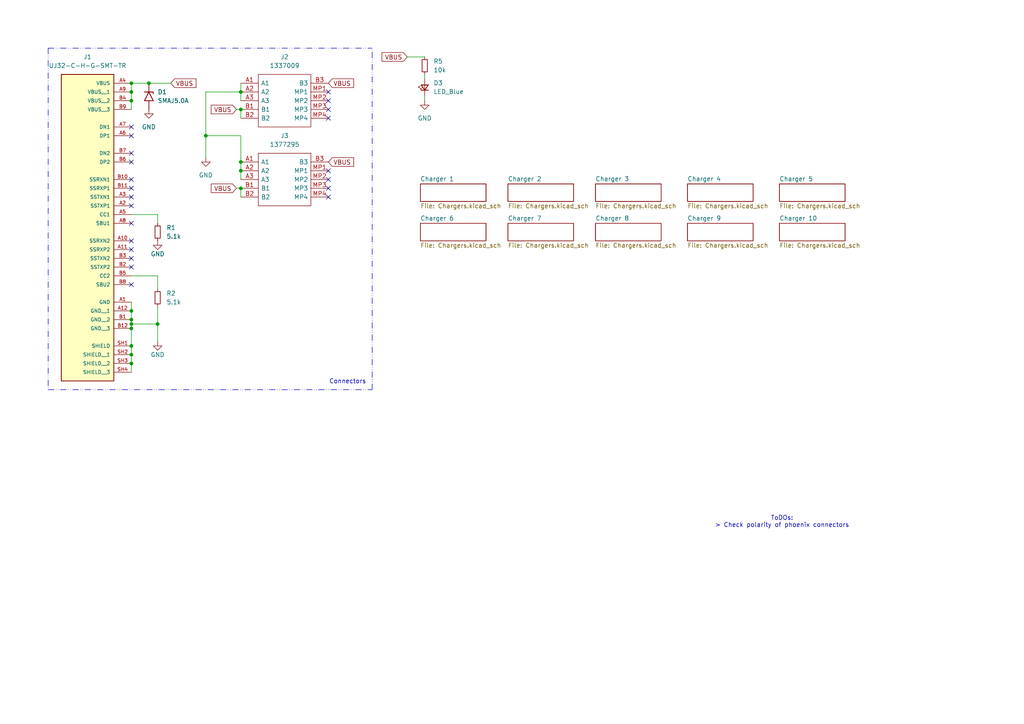
<source format=kicad_sch>
(kicad_sch (version 20231120) (generator "eeschema") (generator_version "8.0")
  (paper "A4")
  (lib_symbols
    (symbol "1337009:1337009" (pin_names (offset 0.762))
      (property "Reference" "J" (at 21.59 7.62 0))
      (property "Value" "1337009" (at 21.59 5.08 0))
      (symbol "1337009_0_0"
        (pin passive line (at 0 0 0) (length 5.08) (name "A1") (number "A1"))
        (pin passive line (at 0 -2.54 0) (length 5.08) (name "A2") (number "A2"))
        (pin passive line (at 0 -5.08 0) (length 5.08) (name "A3") (number "A3"))
        (pin passive line (at 0 -7.62 0) (length 5.08) (name "B1") (number "B1"))
        (pin passive line (at 0 -10.16 0) (length 5.08) (name "B2") (number "B2"))
        (pin passive line (at 25.4 0 180) (length 5.08) (name "B3") (number "B3"))
        (pin passive line (at 25.4 -2.54 180) (length 5.08) (name "MP1") (number "MP1"))
        (pin passive line (at 25.4 -5.08 180) (length 5.08) (name "MP2") (number "MP2"))
        (pin passive line (at 25.4 -7.62 180) (length 5.08) (name "MP3") (number "MP3"))
        (pin passive line (at 25.4 -10.16 180) (length 5.08) (name "MP4") (number "MP4"))
      )
      (symbol "1337009_0_1"
        (polyline (pts (xy 5.08 2.54) (xy 20.32 2.54) (xy 20.32 -12.7) (xy 5.08 -12.7) (xy 5.08 2.54)) (stroke (width 0.1524)))
      )
    )
    (symbol "1377295:1377295" (pin_names (offset 0.762))
      (property "Reference" "J" (at 21.59 7.62 0))
      (property "Value" "1377295" (at 21.59 5.08 0))
      (symbol "1377295_0_0"
        (pin passive line (at 0 0 0) (length 5.08) (name "A1") (number "A1"))
        (pin passive line (at 0 -2.54 0) (length 5.08) (name "A2") (number "A2"))
        (pin passive line (at 0 -5.08 0) (length 5.08) (name "A3") (number "A3"))
        (pin passive line (at 0 -7.62 0) (length 5.08) (name "B1") (number "B1"))
        (pin passive line (at 0 -10.16 0) (length 5.08) (name "B2") (number "B2"))
        (pin passive line (at 25.4 0 180) (length 5.08) (name "B3") (number "B3"))
        (pin passive line (at 25.4 -2.54 180) (length 5.08) (name "MP1") (number "MP1"))
        (pin passive line (at 25.4 -5.08 180) (length 5.08) (name "MP2") (number "MP2"))
        (pin passive line (at 25.4 -7.62 180) (length 5.08) (name "MP3") (number "MP3"))
        (pin passive line (at 25.4 -10.16 180) (length 5.08) (name "MP4") (number "MP4"))
      )
      (symbol "1377295_0_1"
        (polyline (pts (xy 5.08 2.54) (xy 20.32 2.54) (xy 20.32 -12.7) (xy 5.08 -12.7) (xy 5.08 2.54)) (stroke (width 0.1524)))
      )
    )
    (symbol "Device:LED_Small" (pin_numbers hide) (pin_names (offset 0.254) hide)
      (property "Reference" "D" (at -1.27 3.175 0))
      (property "Value" "LED_Small" (at -4.445 -2.54 0))
      (symbol "LED_Small_0_1"
        (polyline (pts (xy -0.762 -1.016) (xy -0.762 1.016)) (stroke (width 0.254)))
        (polyline (pts (xy 1.016 0) (xy -0.762 0)))
        (polyline (pts (xy 0.762 -1.016) (xy -0.762 0) (xy 0.762 1.016) (xy 0.762 -1.016)) (stroke (width 0.254)))
        (polyline (pts (xy 0 0.762) (xy -0.508 1.27) (xy -0.254 1.27) (xy -0.508 1.27) (xy -0.508 1.016)))
        (polyline (pts (xy 0.508 1.27) (xy 0 1.778) (xy 0.254 1.778) (xy 0 1.778) (xy 0 1.524)))
      )
      (symbol "LED_Small_1_1"
        (pin passive line (at -2.54 0 0) (length 1.778) (name "K") (number "1"))
        (pin passive line (at 2.54 0 180) (length 1.778) (name "A") (number "2"))
      )
    )
    (symbol "Device:R_Small" (pin_numbers hide) (pin_names (offset 0.254) hide)
      (property "Reference" "R" (at 0.762 0.508 0))
      (property "Value" "R_Small" (at 0.762 -1.016 0))
      (symbol "R_Small_0_1"
        (rectangle (start -0.762 1.778) (end 0.762 -1.778) (stroke (width 0.2032)))
      )
      (symbol "R_Small_1_1"
        (pin passive line (at 0 2.54 270) (length 0.762) (name "~") (number "1"))
        (pin passive line (at 0 -2.54 90) (length 0.762) (name "~") (number "2"))
      )
    )
    (symbol "Diode:SMAJ5.0A" (pin_numbers hide) (pin_names (offset 1.016) hide)
      (property "Reference" "D" (at 0 2.54 0))
      (property "Value" "SMAJ5.0A" (at 0 -2.54 0))
      (symbol "SMAJ5.0A_0_1"
        (polyline (pts (xy -0.762 1.27) (xy -1.27 1.27) (xy -1.27 -1.27)) (stroke (width 0.254)))
        (polyline (pts (xy 1.27 1.27) (xy 1.27 -1.27) (xy -1.27 0) (xy 1.27 1.27)) (stroke (width 0.254)))
      )
      (symbol "SMAJ5.0A_1_1"
        (pin passive line (at -3.81 0 0) (length 2.54) (name "A1") (number "1"))
        (pin passive line (at 3.81 0 180) (length 2.54) (name "A2") (number "2"))
      )
    )
    (symbol "UJ32-C-H-G-SMT-TR:UJ32-C-H-G-SMT-TR" (pin_names (offset 1.016))
      (property "Reference" "J" (at -7.62 33.782 0))
      (property "Value" "UJ32-C-H-G-SMT-TR" (at -7.62 -56.642 0))
      (symbol "UJ32-C-H-G-SMT-TR_0_0"
        (rectangle (start -7.62 -55.88) (end 7.62 33.02) (stroke (width 0.254)) (fill (type background)))
        (pin power_in line (at 12.7 -33.02 180) (length 5.08) (name "GND") (number "A1"))
        (pin bidirectional line (at 12.7 -15.24 180) (length 5.08) (name "SSRXN2") (number "A10"))
        (pin bidirectional line (at 12.7 -17.78 180) (length 5.08) (name "SSRXP2") (number "A11"))
        (pin power_in line (at 12.7 -35.56 180) (length 5.08) (name "GND__1") (number "A12"))
        (pin bidirectional line (at 12.7 -5.08 180) (length 5.08) (name "SSTXP1") (number "A2"))
        (pin bidirectional line (at 12.7 -2.54 180) (length 5.08) (name "SSTXN1") (number "A3"))
        (pin power_in line (at 12.7 30.48 180) (length 5.08) (name "VBUS") (number "A4"))
        (pin bidirectional line (at 12.7 -7.62 180) (length 5.08) (name "CC1") (number "A5"))
        (pin bidirectional line (at 12.7 15.24 180) (length 5.08) (name "DP1") (number "A6"))
        (pin bidirectional line (at 12.7 17.78 180) (length 5.08) (name "DN1") (number "A7"))
        (pin bidirectional line (at 12.7 -10.16 180) (length 5.08) (name "SBU1") (number "A8"))
        (pin power_in line (at 12.7 27.94 180) (length 5.08) (name "VBUS__1") (number "A9"))
        (pin power_in line (at 12.7 -38.1 180) (length 5.08) (name "GND__2") (number "B1"))
        (pin bidirectional line (at 12.7 2.54 180) (length 5.08) (name "SSRXN1") (number "B10"))
        (pin bidirectional line (at 12.7 0 180) (length 5.08) (name "SSRXP1") (number "B11"))
        (pin power_in line (at 12.7 -40.64 180) (length 5.08) (name "GND__3") (number "B12"))
        (pin bidirectional line (at 12.7 -22.86 180) (length 5.08) (name "SSTXP2") (number "B2"))
        (pin bidirectional line (at 12.7 -20.32 180) (length 5.08) (name "SSTXN2") (number "B3"))
        (pin power_in line (at 12.7 25.4 180) (length 5.08) (name "VBUS__2") (number "B4"))
        (pin bidirectional line (at 12.7 -25.4 180) (length 5.08) (name "CC2") (number "B5"))
        (pin bidirectional line (at 12.7 7.62 180) (length 5.08) (name "DP2") (number "B6"))
        (pin bidirectional line (at 12.7 10.16 180) (length 5.08) (name "DN2") (number "B7"))
        (pin bidirectional line (at 12.7 -27.94 180) (length 5.08) (name "SBU2") (number "B8"))
        (pin power_in line (at 12.7 22.86 180) (length 5.08) (name "VBUS__3") (number "B9"))
        (pin passive line (at 12.7 -45.72 180) (length 5.08) (name "SHIELD") (number "SH1"))
        (pin passive line (at 12.7 -48.26 180) (length 5.08) (name "SHIELD__1") (number "SH2"))
        (pin passive line (at 12.7 -50.8 180) (length 5.08) (name "SHIELD__2") (number "SH3"))
        (pin passive line (at 12.7 -53.34 180) (length 5.08) (name "SHIELD__3") (number "SH4"))
      )
    )
    (symbol "power:GND" (power) (pin_numbers hide) (pin_names (offset 0) hide)
      (property "Value" "GND" (at 0 -3.81 0))
      (symbol "GND_0_1"
        (polyline (pts (xy 0 0) (xy 0 -1.27) (xy 1.27 -1.27) (xy 0 -2.54) (xy -1.27 -1.27) (xy 0 -1.27)))
      )
      (symbol "GND_1_1"
        (pin power_in line (at 0 0 270) (length 0) (name "~") (number "1"))
      )
    )
  )
  (junction (at 38.1 105.41))
  (junction (at 59.69 39.37))
  (junction (at 38.1 90.17))
  (junction (at 38.1 93.98))
  (junction (at 69.85 54.61))
  (junction (at 38.1 26.67))
  (junction (at 69.85 49.53))
  (junction (at 69.85 26.67))
  (junction (at 69.85 31.75))
  (junction (at 69.85 46.99))
  (junction (at 45.72 93.98))
  (junction (at 38.1 102.87))
  (junction (at 38.1 100.33))
  (junction (at 38.1 24.13))
  (junction (at 38.1 92.71))
  (junction (at 38.1 95.25))
  (junction (at 38.1 29.21))
  (junction (at 43.18 24.13))
  (no_connect (at 38.1 72.39))
  (no_connect (at 38.1 52.07))
  (no_connect (at 95.25 52.07))
  (no_connect (at 38.1 82.55))
  (no_connect (at 38.1 57.15))
  (no_connect (at 95.25 26.67))
  (no_connect (at 38.1 54.61))
  (no_connect (at 95.25 49.53))
  (no_connect (at 38.1 36.83))
  (no_connect (at 95.25 31.75))
  (no_connect (at 95.25 34.29))
  (no_connect (at 95.25 57.15))
  (no_connect (at 38.1 39.37))
  (no_connect (at 95.25 54.61))
  (no_connect (at 38.1 77.47))
  (no_connect (at 38.1 59.69))
  (no_connect (at 38.1 44.45))
  (no_connect (at 38.1 64.77))
  (no_connect (at 95.25 29.21))
  (no_connect (at 38.1 46.99))
  (no_connect (at 38.1 69.85))
  (no_connect (at 38.1 74.93))
  (wire (pts (xy 68.58 31.75) (xy 69.85 31.75)))
  (wire (pts (xy 123.19 21.59) (xy 123.19 22.86)))
  (polyline (pts (xy 13.97 13.97) (xy 107.95 13.97)) (stroke (width 0) (type dash_dot_dot)))
  (wire (pts (xy 45.72 99.06) (xy 45.72 93.98)))
  (wire (pts (xy 45.72 93.98) (xy 45.72 88.9)))
  (wire (pts (xy 59.69 26.67) (xy 69.85 26.67)))
  (wire (pts (xy 69.85 49.53) (xy 69.85 52.07)))
  (wire (pts (xy 69.85 39.37) (xy 59.69 39.37)))
  (wire (pts (xy 59.69 39.37) (xy 59.69 26.67)))
  (wire (pts (xy 69.85 31.75) (xy 69.85 34.29)))
  (wire (pts (xy 69.85 24.13) (xy 69.85 26.67)))
  (wire (pts (xy 38.1 102.87) (xy 38.1 105.41)))
  (wire (pts (xy 69.85 54.61) (xy 69.85 57.15)))
  (polyline (pts (xy 13.97 13.97) (xy 13.97 113.03)) (stroke (width 0) (type dash_dot_dot)))
  (wire (pts (xy 69.85 46.99) (xy 69.85 49.53)))
  (wire (pts (xy 45.72 64.77) (xy 45.72 62.23)))
  (wire (pts (xy 43.18 24.13) (xy 49.53 24.13)))
  (wire (pts (xy 38.1 24.13) (xy 38.1 26.67)))
  (wire (pts (xy 38.1 92.71) (xy 38.1 93.98)))
  (wire (pts (xy 38.1 62.23) (xy 45.72 62.23)))
  (wire (pts (xy 38.1 105.41) (xy 38.1 107.95)))
  (polyline (pts (xy 107.95 113.03) (xy 107.95 13.97)) (stroke (width 0) (type dash_dot_dot)))
  (wire (pts (xy 45.72 83.82) (xy 45.72 80.01)))
  (wire (pts (xy 38.1 29.21) (xy 38.1 31.75)))
  (wire (pts (xy 38.1 24.13) (xy 43.18 24.13)))
  (wire (pts (xy 59.69 45.72) (xy 59.69 39.37)))
  (wire (pts (xy 68.58 54.61) (xy 69.85 54.61)))
  (wire (pts (xy 118.11 16.51) (xy 123.19 16.51)))
  (wire (pts (xy 123.19 27.94) (xy 123.19 29.21)))
  (wire (pts (xy 38.1 26.67) (xy 38.1 29.21)))
  (wire (pts (xy 38.1 80.01) (xy 45.72 80.01)))
  (wire (pts (xy 69.85 46.99) (xy 69.85 39.37)))
  (wire (pts (xy 38.1 100.33) (xy 38.1 102.87)))
  (wire (pts (xy 38.1 87.63) (xy 38.1 90.17)))
  (polyline (pts (xy 13.97 113.03) (xy 107.95 113.03)) (stroke (width 0) (type dash_dot_dot)))
  (wire (pts (xy 38.1 93.98) (xy 38.1 95.25)))
  (wire (pts (xy 69.85 26.67) (xy 69.85 29.21)))
  (wire (pts (xy 38.1 93.98) (xy 45.72 93.98)))
  (wire (pts (xy 38.1 90.17) (xy 38.1 92.71)))
  (wire (pts (xy 38.1 95.25) (xy 38.1 100.33)))
  (text "Connectors\n" (at 100.838 110.744 0) (effects (font (size 1.27 1.27))))
  (text "ToDOs:\n> Check polarity of phoenix connectors\n" (at 226.822 151.384 0) (effects (font (size 1.27 1.27))))
  (global_label "VBUS" (shape input) (at 68.58 31.75 180) (property "Intersheetrefs" "${INTERSHEET_REFS}" (effects (hide yes))))
  (global_label "VBUS" (shape input) (at 95.25 24.13 0) (property "Intersheetrefs" "${INTERSHEET_REFS}" (effects (hide yes))))
  (global_label "VBUS" (shape input) (at 95.25 46.99 0) (property "Intersheetrefs" "${INTERSHEET_REFS}" (effects (hide yes))))
  (global_label "VBUS" (shape input) (at 49.53 24.13 0) (property "Intersheetrefs" "${INTERSHEET_REFS}" (effects (hide yes))))
  (global_label "VBUS" (shape input) (at 68.58 54.61 180) (property "Intersheetrefs" "${INTERSHEET_REFS}" (effects (hide yes))))
  (global_label "VBUS" (shape input) (at 118.11 16.51 180) (property "Intersheetrefs" "${INTERSHEET_REFS}" (effects (hide yes))))
  (symbol (lib_id "UJ32-C-H-G-SMT-TR:UJ32-C-H-G-SMT-TR") (at 25.4 54.61 0) (unit 1)
    (property "Reference" "J1" (at 25.4 16.51 0))
    (property "Value" "UJ32-C-H-G-SMT-TR" (at 25.4 19.05 0))
    (property "Footprint" "Footprints:CUI_UJ32-C-H-G-SMT-TR" (effects (hide yes)))
    (property "PARTREV" "1.01" (effects (hide yes)))
    (property "STANDARD" "Manufacturer Recommendations" (effects (hide yes)))
    (property "SNAPEDA_PN" "UJ32-C-H-G-SMT-TR" (effects (hide yes)))
    (property "MAXIMUM_PACKAGE_HEIGHT" "3.71mm" (effects (hide yes)))
    (property "MANUFACTURER" "CUI Devices" (effects (hide yes)))
  )
  (symbol (lib_id "Device:R_Small") (at 123.19 19.05 180) (unit 1)
    (property "Reference" "R5" (at 125.73 17.7799 0) (effects (justify right)))
    (property "Value" "10k" (at 125.73 20.3199 0) (effects (justify right)))
    (property "Footprint" "Resistor_SMD:R_0603_1608Metric" (effects (hide yes)))
    (property "Description" "Resistor, small symbol" (effects (hide yes)))
  )
  (symbol (lib_id "Diode:SMAJ5.0A") (at 43.18 27.94 270) (unit 1)
    (property "Reference" "D1" (at 45.72 26.6699 90) (effects (justify left)))
    (property "Value" "SMAJ5.0A" (at 45.72 29.2099 90) (effects (justify left)))
    (property "Footprint" "Diode_SMD:D_SMA" (effects (hide yes)))
    (property "Datasheet" "https://www.littelfuse.com/media?resourcetype=datasheets&itemid=75e32973-b177-4ee3-a0ff-cedaf1abdb93&filename=smaj-datasheet" (effects (hide yes)))
    (property "Description" "400W unidirectional Transient Voltage Suppressor, 5.0Vr, SMA(DO-214AC)" (effects (hide yes)))
  )
  (symbol (lib_id "power:GND") (at 59.69 45.72 0) (unit 1)
    (property "Reference" "#PWR04" (effects (hide yes)))
    (property "Value" "GND" (at 59.69 50.8 0))
    (property "Description" "Power symbol creates a global label with name \"GND\" , ground" (effects (hide yes)))
  )
  (symbol (lib_id "Device:LED_Small") (at 123.19 25.4 90) (unit 1)
    (property "Reference" "D3" (at 125.73 24.0664 90) (effects (justify right)))
    (property "Value" "LED_Blue" (at 125.73 26.6064 90) (effects (justify right)))
    (property "Footprint" "LED_SMD:LED_0603_1608Metric" (effects (hide yes)))
    (property "Description" "Light emitting diode, small symbol" (effects (hide yes)))
  )
  (symbol (lib_id "Device:R_Small") (at 45.72 67.31 180) (unit 1)
    (property "Reference" "R1" (at 48.26 66.0399 0) (effects (justify right)))
    (property "Value" "5.1k" (at 48.26 68.5799 0) (effects (justify right)))
    (property "Footprint" "Resistor_SMD:R_0603_1608Metric" (effects (hide yes)))
    (property "Description" "Resistor, small symbol" (effects (hide yes)))
  )
  (symbol (lib_id "1337009:1337009") (at 69.85 24.13 0) (unit 1)
    (property "Reference" "J2" (at 82.55 16.51 0))
    (property "Value" "1337009" (at 82.55 19.05 0))
    (property "Footprint" "Footprints:1337009" (effects (hide yes)))
    (property "Datasheet" "http://www.phoenixcontact.com/gb/produkte/1337009" (effects (hide yes)))
    (property "Description_1" "SMD female connector, nominal current: 2.2 A, Test voltage: 500 VAC, number of positions: 6, pitch: 1.27 mm, color: black, contact surface: Gold, type of contact: Female connector, mounting: SMD soldering" (effects (hide yes)))
    (property "Mouser Part Number" "651-1337009" (effects (hide yes)))
    (property "Mouser Price/Stock" "https://www.mouser.co.uk/ProductDetail/Phoenix-Contact/1337009?qs=2SLPxufLcgAaAk%252Bk%2F2t71Q%3D%3D" (effects (hide yes)))
    (property "Manufacturer_Name" "Phoenix Contact" (effects (hide yes)))
    (property "Manufacturer_Part_Number" "1337009" (effects (hide yes)))
  )
  (symbol (lib_id "power:GND") (at 43.18 31.75 0) (unit 1)
    (property "Reference" "#PWR03" (effects (hide yes)))
    (property "Value" "GND" (at 43.18 36.83 0))
    (property "Description" "Power symbol creates a global label with name \"GND\" , ground" (effects (hide yes)))
  )
  (symbol (lib_id "1377295:1377295") (at 69.85 46.99 0) (unit 1)
    (property "Reference" "J3" (at 82.55 39.37 0))
    (property "Value" "1377295" (at 82.55 41.91 0))
    (property "Footprint" "Footprints:1377295" (effects (hide yes)))
    (property "Datasheet" "http://www.phoenixcontact.com/gb/produkte/1377295" (effects (hide yes)))
    (property "Description_1" "SMD male connector, nominal current: 2 A, Test voltage: 500 VAC, number of positions: 6, pitch: 1.27 mm, color: black, contact surface: Gold, type of contact: Male connector, mounting: SMD soldering" (effects (hide yes)))
    (property "Height" "4.25" (effects (hide yes)))
    (property "Mouser Part Number" "651-1377295" (effects (hide yes)))
    (property "Mouser Price/Stock" "https://www.mouser.co.uk/ProductDetail/Phoenix-Contact/1377295?qs=2SLPxufLcgBd%252BVAZ36ce2Q%3D%3D" (effects (hide yes)))
    (property "Manufacturer_Name" "Phoenix Contact" (effects (hide yes)))
    (property "Manufacturer_Part_Number" "1377295" (effects (hide yes)))
  )
  (symbol (lib_id "power:GND") (at 45.72 69.85 0) (unit 1)
    (property "Reference" "#PWR01" (effects (hide yes)))
    (property "Value" "GND" (at 45.72 73.66 0))
    (property "Description" "Power symbol creates a global label with name \"GND\" , ground" (effects (hide yes)))
  )
  (symbol (lib_id "power:GND") (at 123.19 29.21 0) (unit 1)
    (property "Reference" "#PWR09" (effects (hide yes)))
    (property "Value" "GND" (at 123.19 34.29 0))
    (property "Description" "Power symbol creates a global label with name \"GND\" , ground" (effects (hide yes)))
  )
  (symbol (lib_id "power:GND") (at 45.72 99.06 0) (unit 1)
    (property "Reference" "#PWR02" (effects (hide yes)))
    (property "Value" "GND" (at 45.72 102.87 0))
    (property "Description" "Power symbol creates a global label with name \"GND\" , ground" (effects (hide yes)))
  )
  (symbol (lib_id "Device:R_Small") (at 45.72 86.36 180) (unit 1)
    (property "Reference" "R2" (at 48.26 85.0899 0) (effects (justify right)))
    (property "Value" "5.1k" (at 48.26 87.6299 0) (effects (justify right)))
    (property "Footprint" "Resistor_SMD:R_0603_1608Metric" (effects (hide yes)))
    (property "Description" "Resistor, small symbol" (effects (hide yes)))
  )
  (sheet (at 147.32 53.34) (size 19.05 5.08) (stroke (width 0.1524))
    (property "Sheetname" "Charger 2" (at 147.32 52.6284 0) (effects (justify left bottom)))
    (property "Sheetfile" "Chargers.kicad_sch" (at 147.32 59.0046 0) (effects (justify left top)))
  )
  (sheet (at 226.06 64.77) (size 19.05 5.08) (stroke (width 0.1524))
    (property "Sheetname" "Charger 10" (at 226.06 64.0584 0) (effects (justify left bottom)))
    (property "Sheetfile" "Chargers.kicad_sch" (at 226.06 70.4346 0) (effects (justify left top)))
  )
  (sheet (at 226.06 53.34) (size 19.05 5.08) (stroke (width 0.1524))
    (property "Sheetname" "Charger 5" (at 226.06 52.6284 0) (effects (justify left bottom)))
    (property "Sheetfile" "Chargers.kicad_sch" (at 226.06 59.0046 0) (effects (justify left top)))
  )
  (sheet (at 147.32 64.77) (size 19.05 5.08) (stroke (width 0.1524))
    (property "Sheetname" "Charger 7" (at 147.32 64.0584 0) (effects (justify left bottom)))
    (property "Sheetfile" "Chargers.kicad_sch" (at 147.32 70.4346 0) (effects (justify left top)))
  )
  (sheet (at 172.72 64.77) (size 19.05 5.08) (stroke (width 0.1524))
    (property "Sheetname" "Charger 8" (at 172.72 64.0584 0) (effects (justify left bottom)))
    (property "Sheetfile" "Chargers.kicad_sch" (at 172.72 70.4346 0) (effects (justify left top)))
  )
  (sheet (at 199.39 64.77) (size 19.05 5.08) (stroke (width 0.1524))
    (property "Sheetname" "Charger 9" (at 199.39 64.0584 0) (effects (justify left bottom)))
    (property "Sheetfile" "Chargers.kicad_sch" (at 199.39 70.4346 0) (effects (justify left top)))
  )
  (sheet (at 121.92 53.34) (size 19.05 5.08) (stroke (width 0.1524))
    (property "Sheetname" "Charger 1" (at 121.92 52.6284 0) (effects (justify left bottom)))
    (property "Sheetfile" "Chargers.kicad_sch" (at 121.92 59.0046 0) (effects (justify left top)))
  )
  (sheet (at 172.72 53.34) (size 19.05 5.08) (stroke (width 0.1524))
    (property "Sheetname" "Charger 3" (at 172.72 52.6284 0) (effects (justify left bottom)))
    (property "Sheetfile" "Chargers.kicad_sch" (at 172.72 59.0046 0) (effects (justify left top)))
  )
  (sheet (at 199.39 53.34) (size 19.05 5.08) (stroke (width 0.1524))
    (property "Sheetname" "Charger 4" (at 199.39 52.6284 0) (effects (justify left bottom)))
    (property "Sheetfile" "Chargers.kicad_sch" (at 199.39 59.0046 0) (effects (justify left top)))
  )
  (sheet (at 121.92 64.77) (size 19.05 5.08) (stroke (width 0.1524))
    (property "Sheetname" "Charger 6" (at 121.92 64.0584 0) (effects (justify left bottom)))
    (property "Sheetfile" "Chargers.kicad_sch" (at 121.92 70.4346 0) (effects (justify left top)))
  )
)
</source>
